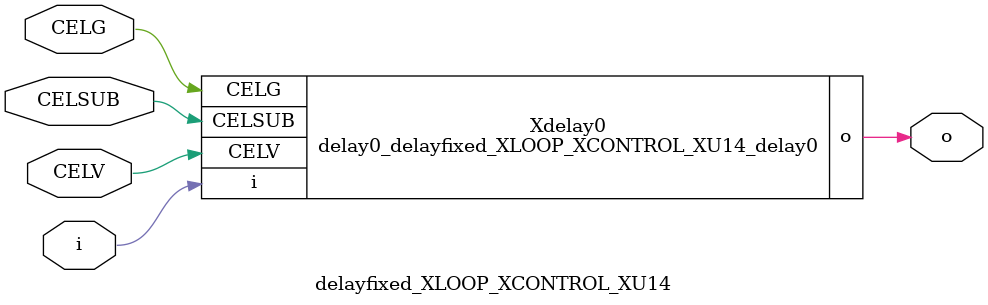
<source format=v>

module delay0_delayfixed_XLOOP_XCONTROL_XU14_delay0 (i, CELV, o,
CELG,CELSUB);
input CELV;
input i;
output o;
input CELSUB;
input CELG;
endmodule


//Celera Confidential Do Not Copy delayfixed_XLOOP_XCONTROL_XU14
//Celera Confidential Symbol Generator
//TYPE:fixed Egde:rise
module delayfixed_XLOOP_XCONTROL_XU14 (CELV,i,o,
CELG,CELSUB);
input CELV;
input i;
output o;
input CELG;
input CELSUB;

//Celera Confidential Do Not Copy delay0_delayfixed_XLOOP_XCONTROL_XU14_delay0
delay0_delayfixed_XLOOP_XCONTROL_XU14_delay0 Xdelay0(
.CELV (CELV),
.i (i),
.o (o),
.CELG (CELG),
.CELSUB (CELSUB)
);
//,diesize,delay0_delayfixed_XLOOP_XCONTROL_XU14_delay0
//Celera Confidential Do Not Copy Module End
//Celera Schematic Generator
endmodule

</source>
